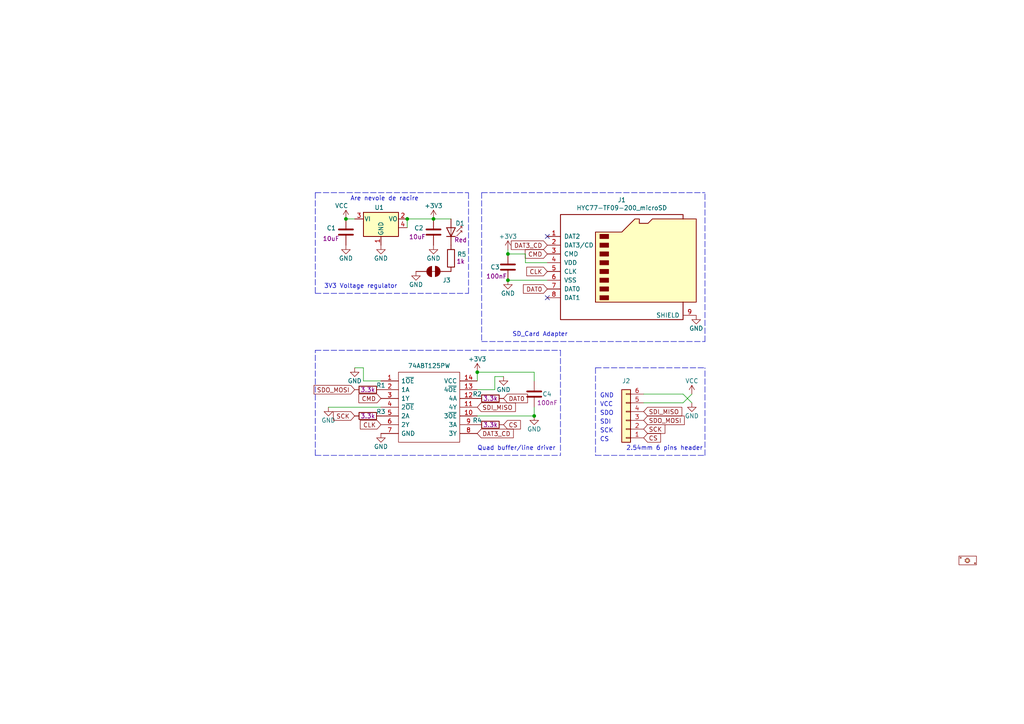
<source format=kicad_sch>
(kicad_sch (version 20211123) (generator eeschema)
  (paper "A4")
  (title_block (title "ERJFTN_GS microSD") (date "2020-10-20") (rev "REV1") (company "GroundStudio.ro") (comment 1 "Schematic: VICTOR") (comment 2 "Layout:"))
  (lib_symbols
    (symbol "GS_Local:+3V3" (power) (pin_names (offset 0))
      (property "Value" "+3V3" (at 0 3.556 0))
      (symbol "+3V3_0_1"
        (polyline (pts (xy -0.762 1.27) (xy 0 2.54)))
        (polyline (pts (xy 0 0) (xy 0 2.54)))
        (polyline (pts (xy 0 2.54) (xy 0.762 1.27)))
      )
      (symbol "+3V3_1_1"
        (pin power_in line (at 0 0 90) (length 0) hide (name "+3V3") (number "1"))
      )
    )
    (symbol "GS_Local:74ABT125PW" (pin_names (offset 0.762))
      (property "Reference" "IC" (at 24.13 7.62 0))
      (property "Value" "74ABT125PW" (at 24.13 5.08 0))
      (symbol "74ABT125PW_0_0"
        (pin passive line (at 0 0 0) (length 5.08) (name "1~{OE}") (number "1"))
        (pin passive line (at 27.94 -10.16 180) (length 5.08) (name "3~{OE}") (number "10"))
        (pin passive line (at 27.94 -7.62 180) (length 5.08) (name "4Y") (number "11"))
        (pin passive line (at 27.94 -5.08 180) (length 5.08) (name "4A") (number "12"))
        (pin passive line (at 27.94 -2.54 180) (length 5.08) (name "4~{OE}") (number "13"))
        (pin passive line (at 27.94 0 180) (length 5.08) (name "VCC") (number "14"))
        (pin passive line (at 0 -2.54 0) (length 5.08) (name "1A") (number "2"))
        (pin passive line (at 0 -5.08 0) (length 5.08) (name "1Y") (number "3"))
        (pin passive line (at 0 -7.62 0) (length 5.08) (name "2~{OE}") (number "4"))
        (pin passive line (at 0 -10.16 0) (length 5.08) (name "2A") (number "5"))
        (pin passive line (at 0 -12.7 0) (length 5.08) (name "2Y") (number "6"))
        (pin passive line (at 0 -15.24 0) (length 5.08) (name "GND") (number "7"))
        (pin passive line (at 27.94 -15.24 180) (length 5.08) (name "3Y") (number "8"))
        (pin passive line (at 27.94 -12.7 180) (length 5.08) (name "3A") (number "9"))
      )
      (symbol "74ABT125PW_0_1"
        (polyline (pts (xy 5.08 2.54) (xy 22.86 2.54) (xy 22.86 -17.78) (xy 5.08 -17.78) (xy 5.08 2.54)) (stroke (width 0.1524)))
      )
    )
    (symbol "GS_Local:AMS1117-3.3" (pin_names (offset 0.254))
      (property "Reference" "U" (at -3.81 3.175 0))
      (property "Value" "AMS1117-3.3" (at 0 3.175 0))
      (symbol "AMS1117-3.3_0_1"
        (rectangle (start -5.08 -5.08) (end 5.08 1.905) (stroke (width 0.254)) (fill (type background)))
      )
      (symbol "AMS1117-3.3_1_1"
        (pin input line (at 0 -7.62 90) (length 2.54) (name "GND") (number "1"))
        (pin power_out line (at 7.62 0 180) (length 2.54) (name "VO") (number "2"))
        (pin power_in line (at -7.62 0 0) (length 2.54) (name "VI") (number "3"))
        (pin power_out line (at 7.62 -2.54 180) (length 2.54) (name "~") (number "4"))
      )
    )
    (symbol "GS_Local:C" (pin_numbers hide) (pin_names (offset 0.254))
      (property "Reference" "C" (at 0.635 2.54 0))
      (property "Value" "C" (at 0.635 -2.54 0))
      (symbol "C_0_1"
        (polyline (pts (xy -2.032 -0.762) (xy 2.032 -0.762)) (stroke (width 0.508)))
        (polyline (pts (xy -2.032 0.762) (xy 2.032 0.762)) (stroke (width 0.508)))
      )
      (symbol "C_1_1"
        (pin passive line (at 0 3.81 270) (length 2.794) (name "~") (number "1"))
        (pin passive line (at 0 -3.81 90) (length 2.794) (name "~") (number "2"))
      )
    )
    (symbol "GS_Local:Conn_01x06" (pin_names (offset 1.016) hide)
      (property "Reference" "J" (at 0 7.62 0))
      (property "Value" "Conn_01x06" (at 0 -10.16 0))
      (symbol "Conn_01x06_1_1"
        (rectangle (start -1.27 -7.493) (end 0 -7.747) (stroke (width 0.1524)))
        (rectangle (start -1.27 -4.953) (end 0 -5.207) (stroke (width 0.1524)))
        (rectangle (start -1.27 -2.413) (end 0 -2.667) (stroke (width 0.1524)))
        (rectangle (start -1.27 0.127) (end 0 -0.127) (stroke (width 0.1524)))
        (rectangle (start -1.27 2.667) (end 0 2.413) (stroke (width 0.1524)))
        (rectangle (start -1.27 5.207) (end 0 4.953) (stroke (width 0.1524)))
        (rectangle (start -1.27 6.35) (end 1.27 -8.89) (stroke (width 0.254)) (fill (type background)))
        (pin passive line (at -5.08 5.08 0) (length 3.81) (name "Pin_1") (number "1"))
        (pin passive line (at -5.08 2.54 0) (length 3.81) (name "Pin_2") (number "2"))
        (pin passive line (at -5.08 0 0) (length 3.81) (name "Pin_3") (number "3"))
        (pin passive line (at -5.08 -2.54 0) (length 3.81) (name "Pin_4") (number "4"))
        (pin passive line (at -5.08 -5.08 0) (length 3.81) (name "Pin_5") (number "5"))
        (pin passive line (at -5.08 -7.62 0) (length 3.81) (name "Pin_6") (number "6"))
      )
    )
    (symbol "GS_Local:DY-IR333C-A" (pin_numbers hide) (pin_names (offset 1.016) hide)
      (property "Reference" "D" (at 0.508 1.778 0))
      (property "Value" "DY-IR333C-A" (at -1.016 -2.794 0))
      (symbol "DY-IR333C-A_0_1"
        (polyline (pts (xy -2.54 1.27) (xy -2.54 -1.27)) (stroke (width 0.254)))
        (polyline (pts (xy 0 0) (xy -2.54 0)))
        (polyline (pts (xy 0.381 3.175) (xy -0.127 3.175)))
        (polyline (pts (xy -1.143 1.651) (xy 0.381 3.175) (xy 0.381 2.667)))
        (polyline (pts (xy 0 -1.27) (xy -2.54 0) (xy 0 1.27) (xy 0 -1.27)) (stroke (width 0.254)))
        (polyline (pts (xy -2.413 1.651) (xy -0.889 3.175) (xy -0.889 2.667) (xy -0.889 3.175) (xy -1.397 3.175)))
      )
      (symbol "DY-IR333C-A_1_1"
        (pin passive line (at -5.08 0 0) (length 2.54) (name "K") (number "1"))
        (pin passive line (at 2.54 0 180) (length 2.54) (name "A") (number "2"))
      )
    )
    (symbol "GS_Local:GND" (power) (pin_names (offset 0))
      (property "Value" "GND" (at 0 -3.81 0))
      (symbol "GND_0_1"
        (polyline (pts (xy 0 0) (xy 0 -1.27) (xy 1.27 -1.27) (xy 0 -2.54) (xy -1.27 -1.27) (xy 0 -1.27)))
      )
      (symbol "GND_1_1"
        (pin power_in line (at 0 0 270) (length 0) hide (name "GND") (number "1"))
      )
    )
    (symbol "GS_Local:Micro_SD_Card" (pin_names (offset 1.016))
      (property "Reference" "J" (at -16.51 15.24 0))
      (property "Value" "Micro_SD_Card" (at 16.51 15.24 0))
      (symbol "Micro_SD_Card_0_1"
        (rectangle (start -7.62 -9.525) (end -5.08 -10.795) (fill (type outline)))
        (rectangle (start -7.62 -6.985) (end -5.08 -8.255) (fill (type outline)))
        (rectangle (start -7.62 -4.445) (end -5.08 -5.715) (fill (type outline)))
        (rectangle (start -7.62 -1.905) (end -5.08 -3.175) (fill (type outline)))
        (rectangle (start -7.62 0.635) (end -5.08 -0.635) (fill (type outline)))
        (rectangle (start -7.62 3.175) (end -5.08 1.905) (fill (type outline)))
        (rectangle (start -7.62 5.715) (end -5.08 4.445) (fill (type outline)))
        (rectangle (start -7.62 8.255) (end -5.08 6.985) (fill (type outline)))
        (polyline (pts (xy 16.51 12.7) (xy 16.51 13.97) (xy -19.05 13.97) (xy -19.05 -16.51) (xy 16.51 -16.51) (xy 16.51 -11.43)) (stroke (width 0.254)))
        (polyline (pts (xy -8.89 -11.43) (xy -8.89 8.89) (xy -1.27 8.89) (xy 2.54 12.7) (xy 3.81 12.7) (xy 3.81 11.43) (xy 6.35 11.43) (xy 7.62 12.7) (xy 20.32 12.7) (xy 20.32 -11.43) (xy -8.89 -11.43)) (stroke (width 0.254)) (fill (type background)))
      )
      (symbol "Micro_SD_Card_1_1"
        (pin bidirectional line (at -22.86 7.62 0) (length 3.81) (name "DAT2") (number "1"))
        (pin bidirectional line (at -22.86 5.08 0) (length 3.81) (name "DAT3/CD") (number "2"))
        (pin input line (at -22.86 2.54 0) (length 3.81) (name "CMD") (number "3"))
        (pin power_in line (at -22.86 0 0) (length 3.81) (name "VDD") (number "4"))
        (pin input line (at -22.86 -2.54 0) (length 3.81) (name "CLK") (number "5"))
        (pin power_in line (at -22.86 -5.08 0) (length 3.81) (name "VSS") (number "6"))
        (pin bidirectional line (at -22.86 -7.62 0) (length 3.81) (name "DAT0") (number "7"))
        (pin bidirectional line (at -22.86 -10.16 0) (length 3.81) (name "DAT1") (number "8"))
        (pin passive line (at 20.32 -15.24 180) (length 3.81) (name "SHIELD") (number "9"))
      )
    )
    (symbol "GS_Local:PCB" (pin_names (offset 1.016))
      (symbol "PCB_0_1"
        (rectangle (start -2.54 1.27) (end 2.54 -1.27))
        (circle (center -2.032 0.7874) (radius 0.1778) (fill (type background)))
        (rectangle (start -0.5334 0.4318) (end 0.381 -0.4826) (fill (type background)))
        (polyline (pts (xy -0.254 -0.4826) (xy -0.254 -0.7874)))
        (polyline (pts (xy 0.1016 -0.5334) (xy 0.1016 -0.8128)))
        (polyline (pts (xy 0.381 0.1524) (xy 0.6604 0.1524)))
        (polyline (pts (xy 0.4064 -0.2032) (xy 0.6858 -0.2032)))
      )
      (symbol "PCB_1_1"
        (polyline (pts (xy -0.8636 -0.2032) (xy -0.5842 -0.2032)))
        (polyline (pts (xy -0.8636 0.2032) (xy -0.5842 0.2032)))
        (polyline (pts (xy -0.254 0.508) (xy -0.254 0.7874)))
        (polyline (pts (xy 0.1016 0.508) (xy 0.1016 0.7874)))
        (circle (center 2.1082 -0.8128) (radius 0.1778) (fill (type background)))
      )
    )
    (symbol "GS_Local:R" (pin_numbers hide) (pin_names (offset 0))
      (property "Reference" "R" (at 2.032 0 90))
      (property "Value" "R" (at 0 0 90))
      (symbol "R_0_1"
        (rectangle (start -1.016 -2.54) (end 1.016 2.54) (stroke (width 0.254)))
      )
      (symbol "R_1_1"
        (pin passive line (at 0 3.81 270) (length 1.27) (name "~") (number "1"))
        (pin passive line (at 0 -3.81 90) (length 1.27) (name "~") (number "2"))
      )
    )
    (symbol "GS_Local:SolderJumper_NC" (pin_numbers hide) (pin_names (offset 0) hide)
      (property "Reference" "J" (at 0 10.16 0))
      (property "Value" "SolderJumper_NC" (at 3.81 0 90))
      (symbol "SolderJumper_NC_0_1"
        (polyline (pts (xy 1.524 0.508) (xy -1.524 0.508)))
        (polyline (pts (xy 0 0.6604) (xy 0 -0.6096) (xy 0.0508 -0.7112)))
        (arc (start 1.4986 0.508) (mid -0.0254 1.982) (end -1.5494 0.508) (fill (type outline)))
      )
      (symbol "SolderJumper_NC_1_1"
        (arc (start -1.4986 -0.508) (mid 0.0254 -1.982) (end 1.5494 -0.508) (fill (type outline)))
        (polyline (pts (xy -1.524 -0.508) (xy 1.524 -0.508)))
        (pin passive line (at 0 5.08 270) (length 2.9972) (name "1") (number "1"))
        (pin passive line (at 0 -5.08 90) (length 2.9972) (name "2") (number "2"))
      )
    )
    (symbol "GS_Local:VCC" (power) (pin_names (offset 0))
      (property "Value" "VCC" (at 0 3.81 0))
      (symbol "VCC_0_1"
        (polyline (pts (xy -0.762 1.27) (xy 0 2.54)))
        (polyline (pts (xy 0 0) (xy 0 2.54)))
        (polyline (pts (xy 0 2.54) (xy 0.762 1.27)))
      )
      (symbol "VCC_1_1"
        (pin power_in line (at 0 0 90) (length 0) hide (name "VCC") (number "1"))
      )
    )
  )
  (junction (at 138.43 107.95))
  (junction (at 100.33 63.5))
  (junction (at 147.32 73.66))
  (junction (at 154.94 120.65))
  (junction (at 118.11 63.5))
  (junction (at 125.73 63.5))
  (junction (at 147.32 81.28))
  (no_connect (at 158.75 68.58))
  (no_connect (at 158.75 86.36))
  (wire (pts (xy 105.41 110.49) (xy 105.41 106.68)))
  (wire (pts (xy 143.51 109.22) (xy 146.05 109.22)))
  (wire (pts (xy 125.73 63.5) (xy 118.11 63.5)))
  (polyline (pts (xy 135.89 85.09) (xy 135.89 55.88)))
  (wire (pts (xy 102.87 63.5) (xy 100.33 63.5)))
  (polyline (pts (xy 172.72 132.08) (xy 204.47 132.08)))
  (polyline (pts (xy 139.7 55.88) (xy 139.7 99.06)))
  (wire (pts (xy 152.4 76.2) (xy 158.75 76.2)))
  (wire (pts (xy 152.4 73.66) (xy 152.4 76.2)))
  (wire (pts (xy 198.12 114.3) (xy 200.66 116.84)))
  (polyline (pts (xy 91.44 132.08) (xy 162.56 132.08)))
  (wire (pts (xy 147.32 72.39) (xy 147.32 73.66)))
  (polyline (pts (xy 91.44 55.88) (xy 135.89 55.88)))
  (wire (pts (xy 143.51 113.03) (xy 143.51 109.22)))
  (polyline (pts (xy 139.7 55.88) (xy 204.47 55.88)))
  (wire (pts (xy 147.32 81.28) (xy 158.75 81.28)))
  (wire (pts (xy 186.69 114.3) (xy 198.12 114.3)))
  (wire (pts (xy 186.69 116.84) (xy 198.12 116.84)))
  (wire (pts (xy 138.43 113.03) (xy 143.51 113.03)))
  (polyline (pts (xy 91.44 55.88) (xy 91.44 85.09)))
  (polyline (pts (xy 91.44 101.6) (xy 162.56 101.6)))
  (wire (pts (xy 138.43 120.65) (xy 154.94 120.65)))
  (polyline (pts (xy 204.47 132.08) (xy 204.47 106.68)))
  (polyline (pts (xy 91.44 132.08) (xy 91.44 101.6)))
  (wire (pts (xy 110.49 110.49) (xy 105.41 110.49)))
  (polyline (pts (xy 172.72 106.68) (xy 204.47 106.68)))
  (polyline (pts (xy 139.7 99.06) (xy 204.47 99.06)))
  (wire (pts (xy 118.11 66.04) (xy 118.11 63.5)))
  (wire (pts (xy 154.94 118.11) (xy 154.94 120.65)))
  (polyline (pts (xy 162.56 101.6) (xy 162.56 132.08)))
  (wire (pts (xy 147.32 73.66) (xy 152.4 73.66)))
  (wire (pts (xy 198.12 116.84) (xy 200.66 114.3)))
  (wire (pts (xy 154.94 107.95) (xy 154.94 110.49)))
  (wire (pts (xy 105.41 106.68) (xy 102.87 106.68)))
  (polyline (pts (xy 172.72 106.68) (xy 172.72 132.08)))
  (polyline (pts (xy 204.47 99.06) (xy 204.47 55.88)))
  (wire (pts (xy 138.43 110.49) (xy 138.43 107.95)))
  (wire (pts (xy 110.49 118.11) (xy 95.25 118.11)))
  (wire (pts (xy 125.73 63.5) (xy 130.81 63.5)))
  (polyline (pts (xy 91.44 85.09) (xy 135.89 85.09)))
  (wire (pts (xy 138.43 107.95) (xy 154.94 107.95)))
  (text "Are nevoie de racire\n" (at 101.6 58.42 0) (effects (font (size 1.27 1.27)) (justify left bottom)))
  (text "GND\n" (at 173.99 115.57 0) (effects (font (size 1.27 1.27)) (justify left bottom)))
  (text "2.54mm 6 pins header" (at 181.61 130.81 0) (effects (font (size 1.27 1.27)) (justify left bottom)))
  (text "SCK\n" (at 173.99 125.73 0) (effects (font (size 1.27 1.27)) (justify left bottom)))
  (text "Quad buffer/line driver" (at 138.43 130.81 0) (effects (font (size 1.27 1.27)) (justify left bottom)))
  (text "3V3 Voltage regulator" (at 93.98 83.82 0) (effects (font (size 1.27 1.27)) (justify left bottom)))
  (text "VCC\n" (at 173.99 118.11 0) (effects (font (size 1.27 1.27)) (justify left bottom)))
  (text "SDI\n" (at 173.99 123.19 0) (effects (font (size 1.27 1.27)) (justify left bottom)))
  (text "SD_Card Adapter" (at 148.59 97.79 0) (effects (font (size 1.27 1.27)) (justify left bottom)))
  (text "CS" (at 173.99 128.27 0) (effects (font (size 1.27 1.27)) (justify left bottom)))
  (text "SDO\n" (at 173.99 120.65 0) (effects (font (size 1.27 1.27)) (justify left bottom)))
  (global_label "SDO_MOSI" (shape input) (at 186.69 121.92 0) (property "Intersheet References" "${INTERSHEET_REFS}" (effects hide)))
  (global_label "SCK" (shape input) (at 186.69 124.46 0) (property "Intersheet References" "${INTERSHEET_REFS}" (effects hide)))
  (global_label "DAT3_CD" (shape input) (at 138.43 125.73 0) (property "Intersheet References" "${INTERSHEET_REFS}" (effects hide)))
  (global_label "SDI_MISO" (shape input) (at 186.69 119.38 0) (property "Intersheet References" "${INTERSHEET_REFS}" (effects hide)))
  (global_label "CS" (shape input) (at 146.05 123.19 0) (property "Intersheet References" "${INTERSHEET_REFS}" (effects hide)))
  (global_label "SDI_MISO" (shape input) (at 138.43 118.11 0) (property "Intersheet References" "${INTERSHEET_REFS}" (effects hide)))
  (global_label "CLK" (shape input) (at 110.49 123.19 180) (property "Intersheet References" "${INTERSHEET_REFS}" (effects hide)))
  (global_label "DAT3_CD" (shape input) (at 158.75 71.12 180) (property "Intersheet References" "${INTERSHEET_REFS}" (effects hide)))
  (global_label "DAT0" (shape input) (at 158.75 83.82 180) (property "Intersheet References" "${INTERSHEET_REFS}" (effects hide)))
  (global_label "SDO_MOSI" (shape input) (at 102.87 113.03 180) (property "Intersheet References" "${INTERSHEET_REFS}" (effects hide)))
  (global_label "DAT0" (shape input) (at 146.05 115.57 0) (property "Intersheet References" "${INTERSHEET_REFS}" (effects hide)))
  (global_label "CLK" (shape input) (at 158.75 78.74 180) (property "Intersheet References" "${INTERSHEET_REFS}" (effects hide)))
  (global_label "CS" (shape input) (at 186.69 127 0) (property "Intersheet References" "${INTERSHEET_REFS}" (effects hide)))
  (global_label "CMD" (shape input) (at 110.49 115.57 180) (property "Intersheet References" "${INTERSHEET_REFS}" (effects hide)))
  (global_label "SCK" (shape input) (at 102.87 120.65 180) (property "Intersheet References" "${INTERSHEET_REFS}" (effects hide)))
  (global_label "CMD" (shape input) (at 158.75 73.66 180) (property "Intersheet References" "${INTERSHEET_REFS}" (effects hide)))
  (symbol (lib_id "GS_Local:Micro_SD_Card") (at 181.61 76.2 0) (unit 1)
    (property "Reference" "J1" (at 180.34 57.9882 0))
    (property "Value" "HYC77-TF09-200_microSD" (at 180.34 60.2996 0))
    (property "Footprint" "GS_Local:HYC77-TF09-200" (effects hide))
    (property "Datasheet" "https://datasheet.lcsc.com/szlcsc/1912111437_HOAUC-HYC77-TF09-200_C341092.pdf" (effects hide))
    (property "MPN" "HYC77-TF09-200" (effects hide))
    (property "LCSC" "C341092" (effects hide))
  )
  (symbol (lib_id "GS_Local:AMS1117-3.3") (at 110.49 63.5 0) (unit 1)
    (property "Reference" "U1" (at 109.982 60.198 0))
    (property "Value" "SOT-223 AMS1117-3.3" (effects hide))
    (property "Footprint" "GS_Local:SOT-223" (effects hide))
    (property "Datasheet" "https://datasheet.lcsc.com/szlcsc/1912111437_UMW-Youtai-Semiconductor-Co-Ltd-AMS1117-3-3_C347222.pdf" (effects hide))
    (property "MPN" "AMS1117-3.3" (effects hide))
    (property "LCSC" "C347222" (effects hide))
  )
  (symbol (lib_id "GS_Local:Conn_01x06") (at 181.61 121.92 180) (unit 1)
    (property "Reference" "J2" (at 181.61 110.49 0))
    (property "Value" "Conn_01x06 Male Right Angle" (effects hide))
    (property "Footprint" "GS_Local:PinHeader_1x06_P2.54mm_Vertical_Male" (effects hide))
    (property "MPN" "C56816" (effects hide))
    (property "LCSC" "C56816" (effects hide))
  )
  (symbol (lib_id "GS_Local:74ABT125PW") (at 110.49 110.49 0) (unit 1)
    (property "Reference" "IC1" (effects hide))
    (property "Value" "74ABT125PW" (at 124.46 106.0958 0))
    (property "Footprint" "GS_Local:SOT402-1" (effects hide))
    (property "Datasheet" "https://datasheet.lcsc.com/szlcsc/1912181810_Nexperia-74ABT125PW-118_C458207.pdf" (effects hide))
    (property "MPN" "74ABT125PW,118" (effects hide))
    (property "LCSC" "C458207" (effects hide))
  )
  (symbol (lib_id "GS_Local:GND") (at 200.66 116.84 0) (unit 1)
    (property "Reference" "#PWR0101" (effects hide))
    (property "Value" "GND" (at 200.66 120.65 0))
  )
  (symbol (lib_id "GS_Local:VCC") (at 200.66 114.3 0) (unit 1)
    (property "Reference" "#PWR0102" (effects hide))
    (property "Value" "VCC" (at 200.66 110.49 0))
  )
  (symbol (lib_id "GS_Local:VCC") (at 100.33 63.5 0) (unit 1)
    (property "Reference" "#PWR0103" (effects hide))
    (property "Value" "VCC" (at 99.06 59.69 0))
  )
  (symbol (lib_id "GS_Local:GND") (at 100.33 71.12 0) (unit 1)
    (property "Reference" "#PWR0104" (effects hide))
    (property "Value" "GND" (at 100.33 74.93 0))
  )
  (symbol (lib_id "GS_Local:GND") (at 110.49 71.12 0) (unit 1)
    (property "Reference" "#PWR0105" (effects hide))
    (property "Value" "GND" (at 110.49 74.93 0))
  )
  (symbol (lib_id "GS_Local:C") (at 125.73 67.31 0) (mirror x) (unit 1)
    (property "Reference" "C2" (at 122.8344 66.1416 0) (effects (justify right)))
    (property "Value" "C_0402_10uF_10V" (effects hide))
    (property "Footprint" "GS_Local:C_0402_1005Metric" (effects hide))
    (property "Datasheet" "https://datasheet.lcsc.com/szlcsc/1912111437_Taiyo-Yuden-LDK105CBJ106MVLF_C386033.pdf" (effects hide))
    (property "MPN" "LDK105CBJ106MVLF" (effects hide))
    (property "LCSC" "C386033" (effects hide))
    (property "Capacitance" "10uF" (at 121.031 68.707 0))
  )
  (symbol (lib_id "GS_Local:GND") (at 125.73 71.12 0) (unit 1)
    (property "Reference" "#PWR0106" (effects hide))
    (property "Value" "GND" (at 125.73 74.93 0))
  )
  (symbol (lib_id "GS_Local:+3V3") (at 147.32 72.39 0) (unit 1)
    (property "Reference" "#PWR0108" (effects hide))
    (property "Value" "+3V3" (at 147.32 68.58 0))
  )
  (symbol (lib_id "GS_Local:C") (at 154.94 114.3 0) (mirror y) (unit 1)
    (property "Reference" "C4" (at 160.02 114.3 0) (effects (justify left)))
    (property "Value" "C_0402_100nF_10V" (effects hide))
    (property "Footprint" "GS_Local:C_0402_1005Metric" (effects hide))
    (property "Datasheet" "https://datasheet.lcsc.com/szlcsc/1912111437_Walsin-Tech-Corp-0402B104K100CT_C387941.pdf" (effects hide))
    (property "MPN" "0402B104K100CT" (effects hide))
    (property "LCSC" "C387941" (effects hide))
    (property "Capacitance" "100nF" (at 158.75 116.84 0))
  )
  (symbol (lib_id "GS_Local:R") (at 106.68 113.03 270) (unit 1)
    (property "Reference" "R1" (at 110.49 111.76 90))
    (property "Value" "R_0402_3.3k" (effects hide))
    (property "Footprint" "GS_Local:R_0402_1005Metric" (effects hide))
    (property "Datasheet" "https://datasheet.lcsc.com/szlcsc/1811141621_FH-Guangdong-Fenghua-Advanced-Tech-RC-02W3301FT_C310224.pdf" (effects hide))
    (property "MPN" "RC-02W3301FT" (effects hide))
    (property "LCSC" "C310224" (effects hide))
    (property "Resistance" "3.3k" (at 106.68 113.03 90))
  )
  (symbol (lib_id "GS_Local:R") (at 106.68 120.65 270) (unit 1)
    (property "Reference" "R3" (at 110.49 119.38 90))
    (property "Value" "R_0402_3.3k" (effects hide))
    (property "Footprint" "GS_Local:R_0402_1005Metric" (effects hide))
    (property "Datasheet" "https://datasheet.lcsc.com/szlcsc/1811141621_FH-Guangdong-Fenghua-Advanced-Tech-RC-02W3301FT_C310224.pdf" (effects hide))
    (property "MPN" "RC-02W3301FT" (effects hide))
    (property "LCSC" "C310224" (effects hide))
    (property "Resistance" "3.3k" (at 106.68 120.65 90))
  )
  (symbol (lib_id "GS_Local:R") (at 142.24 123.19 90) (unit 1)
    (property "Reference" "R4" (at 138.43 121.92 90))
    (property "Value" "R_0402_3.3k" (effects hide))
    (property "Footprint" "GS_Local:R_0402_1005Metric" (effects hide))
    (property "Datasheet" "https://datasheet.lcsc.com/szlcsc/1811141621_FH-Guangdong-Fenghua-Advanced-Tech-RC-02W3301FT_C310224.pdf" (effects hide))
    (property "MPN" "RC-02W3301FT" (effects hide))
    (property "LCSC" "C310224" (effects hide))
    (property "Resistance" "3.3k" (at 142.24 123.19 90))
  )
  (symbol (lib_id "GS_Local:R") (at 142.24 115.57 270) (unit 1)
    (property "Reference" "R2" (at 138.43 114.3 90))
    (property "Value" "R_0402_3.3k" (effects hide))
    (property "Footprint" "GS_Local:R_0402_1005Metric" (effects hide))
    (property "Datasheet" "https://datasheet.lcsc.com/szlcsc/1811141621_FH-Guangdong-Fenghua-Advanced-Tech-RC-02W3301FT_C310224.pdf" (effects hide))
    (property "MPN" "RC-02W3301FT" (effects hide))
    (property "LCSC" "C310224" (effects hide))
    (property "Resistance" "3.3k" (at 142.24 115.57 90))
  )
  (symbol (lib_id "GS_Local:GND") (at 110.49 125.73 0) (unit 1)
    (property "Reference" "#PWR0109" (effects hide))
    (property "Value" "GND" (at 110.49 129.54 0))
  )
  (symbol (lib_id "GS_Local:GND") (at 154.94 120.65 0) (unit 1)
    (property "Reference" "#PWR0111" (effects hide))
    (property "Value" "GND" (at 154.94 124.46 0))
  )
  (symbol (lib_id "GS_Local:GND") (at 147.32 81.28 0) (unit 1)
    (property "Reference" "#PWR0112" (effects hide))
    (property "Value" "GND" (at 147.32 85.09 0))
  )
  (symbol (lib_id "GS_Local:+3V3") (at 125.73 63.5 0) (unit 1)
    (property "Reference" "#PWR0107" (effects hide))
    (property "Value" "+3V3" (at 125.73 59.69 0))
  )
  (symbol (lib_id "GS_Local:+3V3") (at 138.43 107.95 0) (unit 1)
    (property "Reference" "#PWR0113" (effects hide))
    (property "Value" "+3V3" (at 138.43 104.14 0))
  )
  (symbol (lib_id "GS_Local:GND") (at 201.93 91.44 0) (unit 1)
    (property "Reference" "#PWR0114" (effects hide))
    (property "Value" "GND" (at 201.93 95.25 0))
  )
  (symbol (lib_id "GS_Local:C") (at 100.33 67.31 0) (mirror x) (unit 1)
    (property "Reference" "C1" (at 97.4344 66.1416 0) (effects (justify right)))
    (property "Value" "C_0402_10uF_10V" (effects hide))
    (property "Footprint" "GS_Local:C_0402_1005Metric" (effects hide))
    (property "Datasheet" "https://datasheet.lcsc.com/szlcsc/1912111437_Taiyo-Yuden-LDK105CBJ106MVLF_C386033.pdf" (effects hide))
    (property "MPN" "LDK105CBJ106MVLF" (effects hide))
    (property "LCSC" "C386033" (effects hide))
    (property "Capacitance" "10uF" (at 96.012 69.215 0))
  )
  (symbol (lib_id "GS_Local:C") (at 147.32 77.47 0) (unit 1)
    (property "Reference" "C3" (at 142.24 77.47 0) (effects (justify left)))
    (property "Value" "C_0402_100nF_10V" (effects hide))
    (property "Footprint" "GS_Local:C_0402_1005Metric" (effects hide))
    (property "Datasheet" "https://datasheet.lcsc.com/szlcsc/1912111437_Walsin-Tech-Corp-0402B104K100CT_C387941.pdf" (effects hide))
    (property "MPN" "0402B104K100CT" (effects hide))
    (property "LCSC" "C387941" (effects hide))
    (property "Capacitance" "100nF" (at 144.018 80.137 0))
  )
  (symbol (lib_id "GS_Local:GND") (at 146.05 109.22 0) (unit 1)
    (property "Reference" "#PWR0115" (effects hide))
    (property "Value" "GND" (at 146.05 113.03 0))
  )
  (symbol (lib_id "GS_Local:GND") (at 95.25 118.11 0) (unit 1)
    (property "Reference" "#PWR0116" (effects hide))
    (property "Value" "GND" (at 95.25 121.92 0))
  )
  (symbol (lib_id "GS_Local:GND") (at 102.87 106.68 0) (unit 1)
    (property "Reference" "#PWR0117" (effects hide))
    (property "Value" "GND" (at 102.87 110.49 0))
  )
  (symbol (lib_id "GS_Local:PCB") (at 280.67 162.56 0) (unit 1)
    (property "Reference" "P1" (effects hide))
    (property "Value" "PCB" (effects hide))
    (property "MPN" "HBCTZI_GS_PCB" (effects hide))
  )
  (symbol (lib_id "GS_Local:DY-IR333C-A") (at 130.81 66.04 270) (mirror x) (unit 1)
    (property "Reference" "D1" (at 132.08 64.77 90) (effects (justify left)))
    (property "Value" "LED_0402_RED" (effects hide))
    (property "Footprint" "GS_Local:LED_0402_1005Metric" (effects hide))
    (property "Datasheet" "https://datasheet.lcsc.com/szlcsc/2009251739_TUOZHAN-TZ-P2-0402RTIA1-0-45T_C779449.pdf" (effects hide))
    (property "MPN" "TZ-P2-0402RTIA1-0.45T" (effects hide))
    (property "LCSC" "C779449" (effects hide))
    (property "Color" "Red" (at 133.604 69.596 90))
  )
  (symbol (lib_id "GS_Local:R") (at 130.81 74.93 0) (unit 1)
    (property "Reference" "R5" (at 132.588 73.7616 0) (effects (justify left)))
    (property "Value" "R_0402_1k" (effects hide))
    (property "Footprint" "GS_Local:R_0402_1005Metric" (effects hide))
    (property "Datasheet" "https://datasheet.lcsc.com/szlcsc/1811141734_FH-Guangdong-Fenghua-Advanced-Tech-RC-02W1001FT_C226166.pdf" (effects hide))
    (property "MPN" "RC-02W1001FT" (effects hide))
    (property "LCSC" "C226166" (effects hide))
    (property "Resistance" "1k" (at 133.604 75.819 0))
  )
  (symbol (lib_id "GS_Local:SolderJumper_NC") (at 125.73 78.74 270) (unit 1)
    (property "Reference" "J3" (at 129.54 81.28 90))
    (property "Value" "PWR LED DISABLE" (effects hide))
    (property "Footprint" "GS_Local:SolderJumper_NC" (effects hide))
  )
  (symbol (lib_id "GS_Local:GND") (at 120.65 78.74 0) (unit 1)
    (property "Reference" "#PWR0118" (effects hide))
    (property "Value" "GND" (at 120.65 82.55 0))
  )
)
</source>
